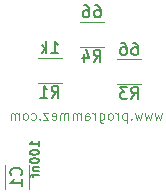
<source format=gbr>
G04 #@! TF.FileFunction,Legend,Bot*
%FSLAX46Y46*%
G04 Gerber Fmt 4.6, Leading zero omitted, Abs format (unit mm)*
G04 Created by KiCad (PCBNEW 4.0.4-stable) date 04/18/19 21:09:23*
%MOMM*%
%LPD*%
G01*
G04 APERTURE LIST*
%ADD10C,0.100000*%
%ADD11C,0.120000*%
%ADD12C,0.150000*%
G04 APERTURE END LIST*
D10*
X124294095Y-95078571D02*
X124141714Y-95611905D01*
X123989333Y-95230952D01*
X123836952Y-95611905D01*
X123684571Y-95078571D01*
X123456000Y-95078571D02*
X123303619Y-95611905D01*
X123151238Y-95230952D01*
X122998857Y-95611905D01*
X122846476Y-95078571D01*
X122617905Y-95078571D02*
X122465524Y-95611905D01*
X122313143Y-95230952D01*
X122160762Y-95611905D01*
X122008381Y-95078571D01*
X121703620Y-95535714D02*
X121665525Y-95573810D01*
X121703620Y-95611905D01*
X121741715Y-95573810D01*
X121703620Y-95535714D01*
X121703620Y-95611905D01*
X121322668Y-95078571D02*
X121322668Y-95878571D01*
X121322668Y-95116667D02*
X121246477Y-95078571D01*
X121094096Y-95078571D01*
X121017906Y-95116667D01*
X120979811Y-95154762D01*
X120941715Y-95230952D01*
X120941715Y-95459524D01*
X120979811Y-95535714D01*
X121017906Y-95573810D01*
X121094096Y-95611905D01*
X121246477Y-95611905D01*
X121322668Y-95573810D01*
X120598858Y-95611905D02*
X120598858Y-95078571D01*
X120598858Y-95230952D02*
X120560763Y-95154762D01*
X120522667Y-95116667D01*
X120446477Y-95078571D01*
X120370286Y-95078571D01*
X119989334Y-95611905D02*
X120065525Y-95573810D01*
X120103620Y-95535714D01*
X120141715Y-95459524D01*
X120141715Y-95230952D01*
X120103620Y-95154762D01*
X120065525Y-95116667D01*
X119989334Y-95078571D01*
X119875048Y-95078571D01*
X119798858Y-95116667D01*
X119760763Y-95154762D01*
X119722667Y-95230952D01*
X119722667Y-95459524D01*
X119760763Y-95535714D01*
X119798858Y-95573810D01*
X119875048Y-95611905D01*
X119989334Y-95611905D01*
X119036953Y-95078571D02*
X119036953Y-95726190D01*
X119075048Y-95802381D01*
X119113143Y-95840476D01*
X119189334Y-95878571D01*
X119303619Y-95878571D01*
X119379810Y-95840476D01*
X119036953Y-95573810D02*
X119113143Y-95611905D01*
X119265524Y-95611905D01*
X119341715Y-95573810D01*
X119379810Y-95535714D01*
X119417905Y-95459524D01*
X119417905Y-95230952D01*
X119379810Y-95154762D01*
X119341715Y-95116667D01*
X119265524Y-95078571D01*
X119113143Y-95078571D01*
X119036953Y-95116667D01*
X118656000Y-95611905D02*
X118656000Y-95078571D01*
X118656000Y-95230952D02*
X118617905Y-95154762D01*
X118579809Y-95116667D01*
X118503619Y-95078571D01*
X118427428Y-95078571D01*
X117817905Y-95611905D02*
X117817905Y-95192857D01*
X117856000Y-95116667D01*
X117932190Y-95078571D01*
X118084571Y-95078571D01*
X118160762Y-95116667D01*
X117817905Y-95573810D02*
X117894095Y-95611905D01*
X118084571Y-95611905D01*
X118160762Y-95573810D01*
X118198857Y-95497619D01*
X118198857Y-95421429D01*
X118160762Y-95345238D01*
X118084571Y-95307143D01*
X117894095Y-95307143D01*
X117817905Y-95269048D01*
X117436952Y-95611905D02*
X117436952Y-95078571D01*
X117436952Y-95154762D02*
X117398857Y-95116667D01*
X117322666Y-95078571D01*
X117208380Y-95078571D01*
X117132190Y-95116667D01*
X117094095Y-95192857D01*
X117094095Y-95611905D01*
X117094095Y-95192857D02*
X117055999Y-95116667D01*
X116979809Y-95078571D01*
X116865523Y-95078571D01*
X116789333Y-95116667D01*
X116751238Y-95192857D01*
X116751238Y-95611905D01*
X116370285Y-95611905D02*
X116370285Y-95078571D01*
X116370285Y-95154762D02*
X116332190Y-95116667D01*
X116255999Y-95078571D01*
X116141713Y-95078571D01*
X116065523Y-95116667D01*
X116027428Y-95192857D01*
X116027428Y-95611905D01*
X116027428Y-95192857D02*
X115989332Y-95116667D01*
X115913142Y-95078571D01*
X115798856Y-95078571D01*
X115722666Y-95116667D01*
X115684571Y-95192857D01*
X115684571Y-95611905D01*
X114998856Y-95573810D02*
X115075046Y-95611905D01*
X115227427Y-95611905D01*
X115303618Y-95573810D01*
X115341713Y-95497619D01*
X115341713Y-95192857D01*
X115303618Y-95116667D01*
X115227427Y-95078571D01*
X115075046Y-95078571D01*
X114998856Y-95116667D01*
X114960761Y-95192857D01*
X114960761Y-95269048D01*
X115341713Y-95345238D01*
X114694094Y-95078571D02*
X114275047Y-95078571D01*
X114694094Y-95611905D01*
X114275047Y-95611905D01*
X113970285Y-95535714D02*
X113932190Y-95573810D01*
X113970285Y-95611905D01*
X114008380Y-95573810D01*
X113970285Y-95535714D01*
X113970285Y-95611905D01*
X113246476Y-95573810D02*
X113322666Y-95611905D01*
X113475047Y-95611905D01*
X113551238Y-95573810D01*
X113589333Y-95535714D01*
X113627428Y-95459524D01*
X113627428Y-95230952D01*
X113589333Y-95154762D01*
X113551238Y-95116667D01*
X113475047Y-95078571D01*
X113322666Y-95078571D01*
X113246476Y-95116667D01*
X112789333Y-95611905D02*
X112865524Y-95573810D01*
X112903619Y-95535714D01*
X112941714Y-95459524D01*
X112941714Y-95230952D01*
X112903619Y-95154762D01*
X112865524Y-95116667D01*
X112789333Y-95078571D01*
X112675047Y-95078571D01*
X112598857Y-95116667D01*
X112560762Y-95154762D01*
X112522666Y-95230952D01*
X112522666Y-95459524D01*
X112560762Y-95535714D01*
X112598857Y-95573810D01*
X112675047Y-95611905D01*
X112789333Y-95611905D01*
X112179809Y-95611905D02*
X112179809Y-95078571D01*
X112179809Y-95154762D02*
X112141714Y-95116667D01*
X112065523Y-95078571D01*
X111951237Y-95078571D01*
X111875047Y-95116667D01*
X111836952Y-95192857D01*
X111836952Y-95611905D01*
X111836952Y-95192857D02*
X111798856Y-95116667D01*
X111722666Y-95078571D01*
X111608380Y-95078571D01*
X111532190Y-95116667D01*
X111494095Y-95192857D01*
X111494095Y-95611905D01*
D11*
X115808000Y-90370000D02*
X113808000Y-90370000D01*
X113808000Y-92510000D02*
X115808000Y-92510000D01*
X122539000Y-90497000D02*
X120539000Y-90497000D01*
X120539000Y-92637000D02*
X122539000Y-92637000D01*
X119364000Y-87322000D02*
X117364000Y-87322000D01*
X117364000Y-89462000D02*
X119364000Y-89462000D01*
X113034000Y-99457000D02*
X113034000Y-101457000D01*
X110994000Y-101457000D02*
X110994000Y-99457000D01*
D12*
X114974666Y-93742381D02*
X115308000Y-93266190D01*
X115546095Y-93742381D02*
X115546095Y-92742381D01*
X115165142Y-92742381D01*
X115069904Y-92790000D01*
X115022285Y-92837619D01*
X114974666Y-92932857D01*
X114974666Y-93075714D01*
X115022285Y-93170952D01*
X115069904Y-93218571D01*
X115165142Y-93266190D01*
X115546095Y-93266190D01*
X114022285Y-93742381D02*
X114593714Y-93742381D01*
X114308000Y-93742381D02*
X114308000Y-92742381D01*
X114403238Y-92885238D01*
X114498476Y-92980476D01*
X114593714Y-93028095D01*
X114927047Y-89992381D02*
X115498476Y-89992381D01*
X115212762Y-89992381D02*
X115212762Y-88992381D01*
X115308000Y-89135238D01*
X115403238Y-89230476D01*
X115498476Y-89278095D01*
X114498476Y-89992381D02*
X114498476Y-88992381D01*
X114403238Y-89611429D02*
X114117523Y-89992381D01*
X114117523Y-89325714D02*
X114498476Y-89706667D01*
X121705666Y-93869381D02*
X122039000Y-93393190D01*
X122277095Y-93869381D02*
X122277095Y-92869381D01*
X121896142Y-92869381D01*
X121800904Y-92917000D01*
X121753285Y-92964619D01*
X121705666Y-93059857D01*
X121705666Y-93202714D01*
X121753285Y-93297952D01*
X121800904Y-93345571D01*
X121896142Y-93393190D01*
X122277095Y-93393190D01*
X121372333Y-92869381D02*
X120753285Y-92869381D01*
X121086619Y-93250333D01*
X120943761Y-93250333D01*
X120848523Y-93297952D01*
X120800904Y-93345571D01*
X120753285Y-93440810D01*
X120753285Y-93678905D01*
X120800904Y-93774143D01*
X120848523Y-93821762D01*
X120943761Y-93869381D01*
X121229476Y-93869381D01*
X121324714Y-93821762D01*
X121372333Y-93774143D01*
X121824714Y-89119381D02*
X122015191Y-89119381D01*
X122110429Y-89167000D01*
X122158048Y-89214619D01*
X122253286Y-89357476D01*
X122300905Y-89547952D01*
X122300905Y-89928905D01*
X122253286Y-90024143D01*
X122205667Y-90071762D01*
X122110429Y-90119381D01*
X121919952Y-90119381D01*
X121824714Y-90071762D01*
X121777095Y-90024143D01*
X121729476Y-89928905D01*
X121729476Y-89690810D01*
X121777095Y-89595571D01*
X121824714Y-89547952D01*
X121919952Y-89500333D01*
X122110429Y-89500333D01*
X122205667Y-89547952D01*
X122253286Y-89595571D01*
X122300905Y-89690810D01*
X120872333Y-89119381D02*
X121062810Y-89119381D01*
X121158048Y-89167000D01*
X121205667Y-89214619D01*
X121300905Y-89357476D01*
X121348524Y-89547952D01*
X121348524Y-89928905D01*
X121300905Y-90024143D01*
X121253286Y-90071762D01*
X121158048Y-90119381D01*
X120967571Y-90119381D01*
X120872333Y-90071762D01*
X120824714Y-90024143D01*
X120777095Y-89928905D01*
X120777095Y-89690810D01*
X120824714Y-89595571D01*
X120872333Y-89547952D01*
X120967571Y-89500333D01*
X121158048Y-89500333D01*
X121253286Y-89547952D01*
X121300905Y-89595571D01*
X121348524Y-89690810D01*
X118530666Y-90694381D02*
X118864000Y-90218190D01*
X119102095Y-90694381D02*
X119102095Y-89694381D01*
X118721142Y-89694381D01*
X118625904Y-89742000D01*
X118578285Y-89789619D01*
X118530666Y-89884857D01*
X118530666Y-90027714D01*
X118578285Y-90122952D01*
X118625904Y-90170571D01*
X118721142Y-90218190D01*
X119102095Y-90218190D01*
X117673523Y-90027714D02*
X117673523Y-90694381D01*
X117911619Y-89646762D02*
X118149714Y-90361048D01*
X117530666Y-90361048D01*
X118649714Y-85944381D02*
X118840191Y-85944381D01*
X118935429Y-85992000D01*
X118983048Y-86039619D01*
X119078286Y-86182476D01*
X119125905Y-86372952D01*
X119125905Y-86753905D01*
X119078286Y-86849143D01*
X119030667Y-86896762D01*
X118935429Y-86944381D01*
X118744952Y-86944381D01*
X118649714Y-86896762D01*
X118602095Y-86849143D01*
X118554476Y-86753905D01*
X118554476Y-86515810D01*
X118602095Y-86420571D01*
X118649714Y-86372952D01*
X118744952Y-86325333D01*
X118935429Y-86325333D01*
X119030667Y-86372952D01*
X119078286Y-86420571D01*
X119125905Y-86515810D01*
X117697333Y-85944381D02*
X117887810Y-85944381D01*
X117983048Y-85992000D01*
X118030667Y-86039619D01*
X118125905Y-86182476D01*
X118173524Y-86372952D01*
X118173524Y-86753905D01*
X118125905Y-86849143D01*
X118078286Y-86896762D01*
X117983048Y-86944381D01*
X117792571Y-86944381D01*
X117697333Y-86896762D01*
X117649714Y-86849143D01*
X117602095Y-86753905D01*
X117602095Y-86515810D01*
X117649714Y-86420571D01*
X117697333Y-86372952D01*
X117792571Y-86325333D01*
X117983048Y-86325333D01*
X118078286Y-86372952D01*
X118125905Y-86420571D01*
X118173524Y-86515810D01*
X112371143Y-100290334D02*
X112418762Y-100242715D01*
X112466381Y-100099858D01*
X112466381Y-100004620D01*
X112418762Y-99861762D01*
X112323524Y-99766524D01*
X112228286Y-99718905D01*
X112037810Y-99671286D01*
X111894952Y-99671286D01*
X111704476Y-99718905D01*
X111609238Y-99766524D01*
X111514000Y-99861762D01*
X111466381Y-100004620D01*
X111466381Y-100099858D01*
X111514000Y-100242715D01*
X111561619Y-100290334D01*
X112466381Y-101242715D02*
X112466381Y-100671286D01*
X112466381Y-100957000D02*
X111466381Y-100957000D01*
X111609238Y-100861762D01*
X111704476Y-100766524D01*
X111752095Y-100671286D01*
X113877286Y-97879429D02*
X113877286Y-97450857D01*
X113877286Y-97665143D02*
X113127286Y-97665143D01*
X113234429Y-97593714D01*
X113305857Y-97522286D01*
X113341571Y-97450857D01*
X113127286Y-98343715D02*
X113127286Y-98415143D01*
X113163000Y-98486572D01*
X113198714Y-98522286D01*
X113270143Y-98558000D01*
X113413000Y-98593715D01*
X113591571Y-98593715D01*
X113734429Y-98558000D01*
X113805857Y-98522286D01*
X113841571Y-98486572D01*
X113877286Y-98415143D01*
X113877286Y-98343715D01*
X113841571Y-98272286D01*
X113805857Y-98236572D01*
X113734429Y-98200857D01*
X113591571Y-98165143D01*
X113413000Y-98165143D01*
X113270143Y-98200857D01*
X113198714Y-98236572D01*
X113163000Y-98272286D01*
X113127286Y-98343715D01*
X113127286Y-99058001D02*
X113127286Y-99129429D01*
X113163000Y-99200858D01*
X113198714Y-99236572D01*
X113270143Y-99272286D01*
X113413000Y-99308001D01*
X113591571Y-99308001D01*
X113734429Y-99272286D01*
X113805857Y-99236572D01*
X113841571Y-99200858D01*
X113877286Y-99129429D01*
X113877286Y-99058001D01*
X113841571Y-98986572D01*
X113805857Y-98950858D01*
X113734429Y-98915143D01*
X113591571Y-98879429D01*
X113413000Y-98879429D01*
X113270143Y-98915143D01*
X113198714Y-98950858D01*
X113163000Y-98986572D01*
X113127286Y-99058001D01*
X113377286Y-99629429D02*
X113877286Y-99629429D01*
X113448714Y-99629429D02*
X113413000Y-99665144D01*
X113377286Y-99736572D01*
X113377286Y-99843715D01*
X113413000Y-99915144D01*
X113484429Y-99950858D01*
X113877286Y-99950858D01*
X113377286Y-100200858D02*
X113377286Y-100486572D01*
X113877286Y-100308000D02*
X113234429Y-100308000D01*
X113163000Y-100343715D01*
X113127286Y-100415143D01*
X113127286Y-100486572D01*
M02*

</source>
